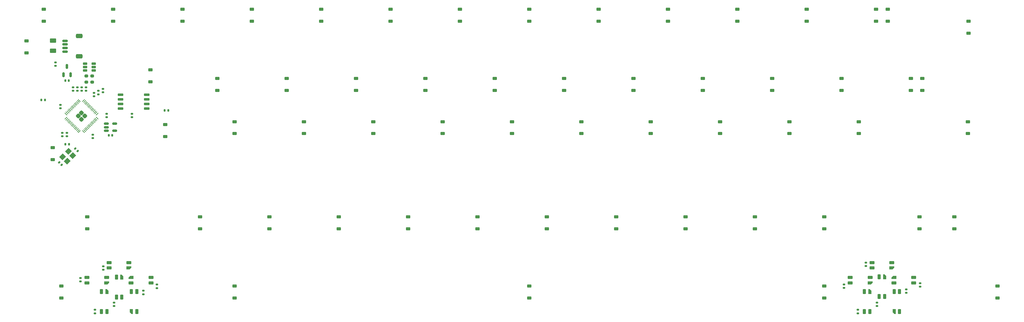
<source format=gbp>
%TF.GenerationSoftware,KiCad,Pcbnew,(7.0.0-0)*%
%TF.CreationDate,2023-03-19T21:11:13-07:00*%
%TF.ProjectId,popstar,706f7073-7461-4722-9e6b-696361645f70,rev?*%
%TF.SameCoordinates,Original*%
%TF.FileFunction,Paste,Bot*%
%TF.FilePolarity,Positive*%
%FSLAX46Y46*%
G04 Gerber Fmt 4.6, Leading zero omitted, Abs format (unit mm)*
G04 Created by KiCad (PCBNEW (7.0.0-0)) date 2023-03-19 21:11:13*
%MOMM*%
%LPD*%
G01*
G04 APERTURE LIST*
G04 Aperture macros list*
%AMRoundRect*
0 Rectangle with rounded corners*
0 $1 Rounding radius*
0 $2 $3 $4 $5 $6 $7 $8 $9 X,Y pos of 4 corners*
0 Add a 4 corners polygon primitive as box body*
4,1,4,$2,$3,$4,$5,$6,$7,$8,$9,$2,$3,0*
0 Add four circle primitives for the rounded corners*
1,1,$1+$1,$2,$3*
1,1,$1+$1,$4,$5*
1,1,$1+$1,$6,$7*
1,1,$1+$1,$8,$9*
0 Add four rect primitives between the rounded corners*
20,1,$1+$1,$2,$3,$4,$5,0*
20,1,$1+$1,$4,$5,$6,$7,0*
20,1,$1+$1,$6,$7,$8,$9,0*
20,1,$1+$1,$8,$9,$2,$3,0*%
%AMRotRect*
0 Rectangle, with rotation*
0 The origin of the aperture is its center*
0 $1 length*
0 $2 width*
0 $3 Rotation angle, in degrees counterclockwise*
0 Add horizontal line*
21,1,$1,$2,0,0,$3*%
%AMFreePoly0*
4,1,18,-0.410000,0.593000,-0.403758,0.624380,-0.385983,0.650983,-0.359380,0.668758,-0.328000,0.675000,0.328000,0.675000,0.359380,0.668758,0.385983,0.650983,0.403758,0.624380,0.410000,0.593000,0.410000,-0.593000,0.403758,-0.624380,0.385983,-0.650983,0.359380,-0.668758,0.328000,-0.675000,0.000000,-0.675000,-0.410000,-0.265000,-0.410000,0.593000,-0.410000,0.593000,$1*%
G04 Aperture macros list end*
%ADD10RoundRect,0.082000X-0.593000X0.328000X-0.593000X-0.328000X0.593000X-0.328000X0.593000X0.328000X0*%
%ADD11FreePoly0,270.000000*%
%ADD12RoundRect,0.082000X-0.328000X-0.593000X0.328000X-0.593000X0.328000X0.593000X-0.328000X0.593000X0*%
%ADD13FreePoly0,0.000000*%
%ADD14RoundRect,0.082000X0.328000X0.593000X-0.328000X0.593000X-0.328000X-0.593000X0.328000X-0.593000X0*%
%ADD15FreePoly0,180.000000*%
%ADD16RoundRect,0.082000X0.593000X-0.328000X0.593000X0.328000X-0.593000X0.328000X-0.593000X-0.328000X0*%
%ADD17FreePoly0,90.000000*%
%ADD18RoundRect,0.140000X0.170000X-0.140000X0.170000X0.140000X-0.170000X0.140000X-0.170000X-0.140000X0*%
%ADD19RoundRect,0.140000X0.219203X0.021213X0.021213X0.219203X-0.219203X-0.021213X-0.021213X-0.219203X0*%
%ADD20RoundRect,0.225000X0.375000X-0.225000X0.375000X0.225000X-0.375000X0.225000X-0.375000X-0.225000X0*%
%ADD21RoundRect,0.150000X-0.650000X-0.150000X0.650000X-0.150000X0.650000X0.150000X-0.650000X0.150000X0*%
%ADD22RoundRect,0.200000X-0.275000X0.200000X-0.275000X-0.200000X0.275000X-0.200000X0.275000X0.200000X0*%
%ADD23RoundRect,0.140000X-0.170000X0.140000X-0.170000X-0.140000X0.170000X-0.140000X0.170000X0.140000X0*%
%ADD24RoundRect,0.250000X0.413257X0.000000X0.000000X0.413257X-0.413257X0.000000X0.000000X-0.413257X0*%
%ADD25RoundRect,0.050000X0.309359X-0.238649X-0.238649X0.309359X-0.309359X0.238649X0.238649X-0.309359X0*%
%ADD26RoundRect,0.050000X0.309359X0.238649X0.238649X0.309359X-0.309359X-0.238649X-0.238649X-0.309359X0*%
%ADD27RoundRect,0.150000X0.150000X-0.512500X0.150000X0.512500X-0.150000X0.512500X-0.150000X-0.512500X0*%
%ADD28RoundRect,0.250000X-0.625000X0.375000X-0.625000X-0.375000X0.625000X-0.375000X0.625000X0.375000X0*%
%ADD29RoundRect,0.135000X-0.135000X-0.185000X0.135000X-0.185000X0.135000X0.185000X-0.135000X0.185000X0*%
%ADD30RoundRect,0.150000X-0.625000X0.150000X-0.625000X-0.150000X0.625000X-0.150000X0.625000X0.150000X0*%
%ADD31RoundRect,0.250000X-0.650000X0.350000X-0.650000X-0.350000X0.650000X-0.350000X0.650000X0.350000X0*%
%ADD32RoundRect,0.140000X-0.140000X-0.170000X0.140000X-0.170000X0.140000X0.170000X-0.140000X0.170000X0*%
%ADD33RotRect,1.400000X1.200000X45.000000*%
%ADD34RoundRect,0.140000X0.140000X0.170000X-0.140000X0.170000X-0.140000X-0.170000X0.140000X-0.170000X0*%
%ADD35RoundRect,0.140000X-0.219203X-0.021213X-0.021213X-0.219203X0.219203X0.021213X0.021213X0.219203X0*%
%ADD36RoundRect,0.135000X0.135000X0.185000X-0.135000X0.185000X-0.135000X-0.185000X0.135000X-0.185000X0*%
%ADD37RoundRect,0.150000X0.475000X0.150000X-0.475000X0.150000X-0.475000X-0.150000X0.475000X-0.150000X0*%
%ADD38RoundRect,0.150000X-0.512500X-0.150000X0.512500X-0.150000X0.512500X0.150000X-0.512500X0.150000X0*%
G04 APERTURE END LIST*
D10*
%TO.C,D10*%
X288125000Y-117350000D03*
X288125000Y-115850000D03*
X282675000Y-117350000D03*
D11*
X282674999Y-115849999D03*
%TD*%
D12*
%TO.C,D9*%
X284250000Y-119775000D03*
X282750000Y-119775000D03*
X284250000Y-125225000D03*
D13*
X282749999Y-125224999D03*
%TD*%
D14*
%TO.C,D8*%
X274550000Y-125225000D03*
X276050000Y-125225000D03*
X274550000Y-119775000D03*
D15*
X276049999Y-119774999D03*
%TD*%
D14*
%TO.C,D11*%
X278650000Y-121125000D03*
X280150000Y-121125000D03*
X278650000Y-115675000D03*
D15*
X280149999Y-115674999D03*
%TD*%
D16*
%TO.C,D12*%
X276675000Y-111750000D03*
X276675000Y-113250000D03*
X282125000Y-111750000D03*
D17*
X282124999Y-113249999D03*
%TD*%
D16*
%TO.C,D7*%
X270675000Y-115850000D03*
X270675000Y-117350000D03*
X276125000Y-115850000D03*
D17*
X276124999Y-117349999D03*
%TD*%
D10*
%TO.C,D5*%
X78625000Y-117350000D03*
X78625000Y-115850000D03*
X73175000Y-117350000D03*
D11*
X73174999Y-115849999D03*
%TD*%
D12*
%TO.C,D4*%
X74750000Y-119775000D03*
X73250000Y-119775000D03*
X74750000Y-125225000D03*
D13*
X73249999Y-125224999D03*
%TD*%
D14*
%TO.C,D3*%
X65000000Y-125225000D03*
X66500000Y-125225000D03*
X65000000Y-119775000D03*
D15*
X66499999Y-119774999D03*
%TD*%
D14*
%TO.C,D6*%
X69125000Y-121225000D03*
X70625000Y-121225000D03*
X69125000Y-115775000D03*
D15*
X70624999Y-115774999D03*
%TD*%
D16*
%TO.C,D1*%
X67125000Y-111750000D03*
X67125000Y-113250000D03*
X72575000Y-111750000D03*
D17*
X72574999Y-113249999D03*
%TD*%
D16*
%TO.C,D2*%
X61025000Y-115850000D03*
X61025000Y-117350000D03*
X66475000Y-115850000D03*
D17*
X66474999Y-117349999D03*
%TD*%
D18*
%TO.C,C4*%
X57200000Y-64480000D03*
X57200000Y-63520000D03*
%TD*%
D19*
%TO.C,C14*%
X54057411Y-84871411D03*
X53378589Y-84192589D03*
%TD*%
D20*
%TO.C,D60*%
X206375000Y-102456250D03*
X206375000Y-99156250D03*
%TD*%
%TO.C,D53*%
X61118750Y-102456250D03*
X61118750Y-99156250D03*
%TD*%
D21*
%TO.C,U4*%
X70218750Y-69373750D03*
X70218750Y-68103750D03*
X70218750Y-66833750D03*
X70218750Y-65563750D03*
X77418750Y-65563750D03*
X77418750Y-66833750D03*
X77418750Y-68103750D03*
X77418750Y-69373750D03*
%TD*%
D20*
%TO.C,D28*%
X78500000Y-61975000D03*
X78500000Y-58675000D03*
%TD*%
%TO.C,D34*%
X192087500Y-64356250D03*
X192087500Y-61056250D03*
%TD*%
%TO.C,D19*%
X163512500Y-45306250D03*
X163512500Y-42006250D03*
%TD*%
%TO.C,D26*%
X280987500Y-45306250D03*
X280987500Y-42006250D03*
%TD*%
%TO.C,D18*%
X144462500Y-45306250D03*
X144462500Y-42006250D03*
%TD*%
D22*
%TO.C,R2*%
X62484000Y-60425000D03*
X62484000Y-62075000D03*
%TD*%
D20*
%TO.C,D22*%
X220662500Y-45306250D03*
X220662500Y-42006250D03*
%TD*%
D23*
%TO.C,C23*%
X80250000Y-117820000D03*
X80250000Y-118780000D03*
%TD*%
D20*
%TO.C,D72*%
X290512500Y-64356250D03*
X290512500Y-61056250D03*
%TD*%
%TO.C,D51*%
X273050000Y-76262500D03*
X273050000Y-72962500D03*
%TD*%
%TO.C,D31*%
X134937500Y-64356250D03*
X134937500Y-61056250D03*
%TD*%
%TO.C,D27*%
X44450000Y-54037500D03*
X44450000Y-50737500D03*
%TD*%
%TO.C,D54*%
X92075000Y-102456250D03*
X92075000Y-99156250D03*
%TD*%
D23*
%TO.C,C5*%
X66421000Y-70767000D03*
X66421000Y-71727000D03*
%TD*%
D20*
%TO.C,D67*%
X101600000Y-121506250D03*
X101600000Y-118206250D03*
%TD*%
%TO.C,D40*%
X51593750Y-83406250D03*
X51593750Y-80106250D03*
%TD*%
%TO.C,D46*%
X177800000Y-76262500D03*
X177800000Y-72962500D03*
%TD*%
%TO.C,D42*%
X101600000Y-76262500D03*
X101600000Y-72962500D03*
%TD*%
%TO.C,D17*%
X125412500Y-45306250D03*
X125412500Y-42006250D03*
%TD*%
%TO.C,D41*%
X82550000Y-77056250D03*
X82550000Y-73756250D03*
%TD*%
%TO.C,D69*%
X263525000Y-121506250D03*
X263525000Y-118206250D03*
%TD*%
D24*
%TO.C,U6*%
X59531250Y-72339061D03*
X60432811Y-71437500D03*
X58629689Y-71437500D03*
X59531250Y-70535939D03*
D25*
X63800407Y-72029702D03*
X63517564Y-72312545D03*
X63234722Y-72595387D03*
X62951879Y-72878230D03*
X62669036Y-73161073D03*
X62386194Y-73443915D03*
X62103351Y-73726758D03*
X61820508Y-74009601D03*
X61537665Y-74292444D03*
X61254823Y-74575286D03*
X60971980Y-74858129D03*
X60689137Y-75140972D03*
X60406295Y-75423814D03*
X60123452Y-75706657D03*
D26*
X58939048Y-75706657D03*
X58656205Y-75423814D03*
X58373363Y-75140972D03*
X58090520Y-74858129D03*
X57807677Y-74575286D03*
X57524835Y-74292444D03*
X57241992Y-74009601D03*
X56959149Y-73726758D03*
X56676306Y-73443915D03*
X56393464Y-73161073D03*
X56110621Y-72878230D03*
X55827778Y-72595387D03*
X55544936Y-72312545D03*
X55262093Y-72029702D03*
D25*
X55262093Y-70845298D03*
X55544936Y-70562455D03*
X55827778Y-70279613D03*
X56110621Y-69996770D03*
X56393464Y-69713927D03*
X56676306Y-69431085D03*
X56959149Y-69148242D03*
X57241992Y-68865399D03*
X57524835Y-68582556D03*
X57807677Y-68299714D03*
X58090520Y-68016871D03*
X58373363Y-67734028D03*
X58656205Y-67451186D03*
X58939048Y-67168343D03*
D26*
X60123452Y-67168343D03*
X60406295Y-67451186D03*
X60689137Y-67734028D03*
X60971980Y-68016871D03*
X61254823Y-68299714D03*
X61537665Y-68582556D03*
X61820508Y-68865399D03*
X62103351Y-69148242D03*
X62386194Y-69431085D03*
X62669036Y-69713927D03*
X62951879Y-69996770D03*
X63234722Y-70279613D03*
X63517564Y-70562455D03*
X63800407Y-70845298D03*
%TD*%
D20*
%TO.C,D37*%
X249237500Y-64356250D03*
X249237500Y-61056250D03*
%TD*%
%TO.C,D15*%
X87312500Y-45306250D03*
X87312500Y-42006250D03*
%TD*%
D18*
%TO.C,C10*%
X59600000Y-64480000D03*
X59600000Y-63520000D03*
%TD*%
D20*
%TO.C,D35*%
X211137500Y-64356250D03*
X211137500Y-61056250D03*
%TD*%
D27*
%TO.C,U2*%
X56512500Y-60065500D03*
X54612500Y-60065500D03*
X55562500Y-57790500D03*
%TD*%
D20*
%TO.C,D44*%
X139700000Y-76262500D03*
X139700000Y-72962500D03*
%TD*%
D23*
%TO.C,C25*%
X269000000Y-117770000D03*
X269000000Y-118730000D03*
%TD*%
D18*
%TO.C,C11*%
X62992000Y-66012000D03*
X62992000Y-65052000D03*
%TD*%
D20*
%TO.C,D56*%
X130175000Y-102456250D03*
X130175000Y-99156250D03*
%TD*%
%TO.C,D30*%
X115887500Y-64356250D03*
X115887500Y-61056250D03*
%TD*%
%TO.C,D49*%
X234950000Y-76262500D03*
X234950000Y-72962500D03*
%TD*%
%TO.C,D43*%
X120650000Y-76262500D03*
X120650000Y-72962500D03*
%TD*%
%TO.C,D58*%
X168275000Y-102456250D03*
X168275000Y-99156250D03*
%TD*%
D23*
%TO.C,C24*%
X68500000Y-122770000D03*
X68500000Y-123730000D03*
%TD*%
D18*
%TO.C,C6*%
X58400000Y-64480000D03*
X58400000Y-63520000D03*
%TD*%
D28*
%TO.C,F1*%
X51689000Y-50670000D03*
X51689000Y-53470000D03*
%TD*%
D20*
%TO.C,D63*%
X263525000Y-102456250D03*
X263525000Y-99156250D03*
%TD*%
%TO.C,D16*%
X106362500Y-45306250D03*
X106362500Y-42006250D03*
%TD*%
%TO.C,D29*%
X96837500Y-64356250D03*
X96837500Y-61056250D03*
%TD*%
D18*
%TO.C,C2*%
X60770000Y-64480000D03*
X60770000Y-63520000D03*
%TD*%
D23*
%TO.C,C19*%
X65500000Y-112770000D03*
X65500000Y-113730000D03*
%TD*%
D29*
%TO.C,R4*%
X55113000Y-79198000D03*
X56133000Y-79198000D03*
%TD*%
D20*
%TO.C,D38*%
X268287500Y-64356250D03*
X268287500Y-61056250D03*
%TD*%
D23*
%TO.C,C20*%
X59250000Y-116020000D03*
X59250000Y-116980000D03*
%TD*%
D30*
%TO.C,J1*%
X55023000Y-50697000D03*
X55023000Y-51697000D03*
X55023000Y-52697000D03*
X55023000Y-53697000D03*
D31*
X58898000Y-49397000D03*
X58898000Y-54997000D03*
%TD*%
D20*
%TO.C,D55*%
X111125000Y-102456250D03*
X111125000Y-99156250D03*
%TD*%
%TO.C,D68*%
X182562500Y-121506250D03*
X182562500Y-118206250D03*
%TD*%
%TO.C,D62*%
X244475000Y-102456250D03*
X244475000Y-99156250D03*
%TD*%
D23*
%TO.C,C27*%
X286100000Y-119120000D03*
X286100000Y-120080000D03*
%TD*%
%TO.C,C3*%
X54229000Y-76033750D03*
X54229000Y-76993750D03*
%TD*%
D20*
%TO.C,D47*%
X196850000Y-76262500D03*
X196850000Y-72962500D03*
%TD*%
%TO.C,D21*%
X201612500Y-45306250D03*
X201612500Y-42006250D03*
%TD*%
D23*
%TO.C,C12*%
X62611000Y-76520000D03*
X62611000Y-77480000D03*
%TD*%
D18*
%TO.C,C1*%
X65405000Y-64869000D03*
X65405000Y-63909000D03*
%TD*%
D32*
%TO.C,C16*%
X55082500Y-61690250D03*
X56042500Y-61690250D03*
%TD*%
D20*
%TO.C,D39*%
X287337500Y-64356250D03*
X287337500Y-61056250D03*
%TD*%
%TO.C,D45*%
X158750000Y-76262500D03*
X158750000Y-72962500D03*
%TD*%
%TO.C,D70*%
X311150000Y-121506250D03*
X311150000Y-118206250D03*
%TD*%
D23*
%TO.C,C26*%
X272750000Y-124770000D03*
X272750000Y-125730000D03*
%TD*%
D18*
%TO.C,C8*%
X53721000Y-69314000D03*
X53721000Y-68354000D03*
%TD*%
D20*
%TO.C,D61*%
X225425000Y-102456250D03*
X225425000Y-99156250D03*
%TD*%
%TO.C,D32*%
X153987500Y-64356250D03*
X153987500Y-61056250D03*
%TD*%
D23*
%TO.C,C15*%
X52387500Y-56670000D03*
X52387500Y-57630000D03*
%TD*%
D20*
%TO.C,D13*%
X49212500Y-45306250D03*
X49212500Y-42006250D03*
%TD*%
%TO.C,D64*%
X289718750Y-102456250D03*
X289718750Y-99156250D03*
%TD*%
D33*
%TO.C,Y1*%
X54371141Y-82676776D03*
X55926776Y-81121141D03*
X57128857Y-82323222D03*
X55573222Y-83878857D03*
%TD*%
D34*
%TO.C,C18*%
X67980000Y-76750000D03*
X67020000Y-76750000D03*
%TD*%
D35*
%TO.C,C13*%
X57823589Y-80382589D03*
X58502411Y-81061411D03*
%TD*%
D23*
%TO.C,C21*%
X63250000Y-124770000D03*
X63250000Y-125730000D03*
%TD*%
D20*
%TO.C,D57*%
X149225000Y-102456250D03*
X149225000Y-99156250D03*
%TD*%
%TO.C,D36*%
X230187500Y-64356250D03*
X230187500Y-61056250D03*
%TD*%
%TO.C,D33*%
X173037500Y-64356250D03*
X173037500Y-61056250D03*
%TD*%
%TO.C,D14*%
X68262500Y-45306250D03*
X68262500Y-42006250D03*
%TD*%
%TO.C,D50*%
X254000000Y-76262500D03*
X254000000Y-72962500D03*
%TD*%
D23*
%TO.C,C22*%
X76500000Y-119520000D03*
X76500000Y-120480000D03*
%TD*%
D20*
%TO.C,D59*%
X187325000Y-102456250D03*
X187325000Y-99156250D03*
%TD*%
%TO.C,D65*%
X299243750Y-102456250D03*
X299243750Y-99156250D03*
%TD*%
D23*
%TO.C,C9*%
X55499000Y-76033750D03*
X55499000Y-76993750D03*
%TD*%
D20*
%TO.C,D52*%
X303000000Y-76262500D03*
X303000000Y-72962500D03*
%TD*%
%TO.C,D24*%
X258762500Y-45306250D03*
X258762500Y-42006250D03*
%TD*%
%TO.C,D71*%
X303212500Y-48650000D03*
X303212500Y-45350000D03*
%TD*%
D36*
%TO.C,R1*%
X49510000Y-66960750D03*
X48490000Y-66960750D03*
%TD*%
D20*
%TO.C,D25*%
X277812500Y-45306250D03*
X277812500Y-42006250D03*
%TD*%
D36*
%TO.C,R5*%
X83343750Y-69850000D03*
X82323750Y-69850000D03*
%TD*%
D23*
%TO.C,C30*%
X275000000Y-111770000D03*
X275000000Y-112730000D03*
%TD*%
D37*
%TO.C,U3*%
X62897000Y-56962000D03*
X62897000Y-57912000D03*
X62897000Y-58862000D03*
X60547000Y-58862000D03*
X60547000Y-57912000D03*
X60547000Y-56962000D03*
%TD*%
D23*
%TO.C,C17*%
X73406000Y-70767000D03*
X73406000Y-71727000D03*
%TD*%
D22*
%TO.C,R3*%
X60860000Y-60425000D03*
X60860000Y-62075000D03*
%TD*%
D20*
%TO.C,D66*%
X53975000Y-121506250D03*
X53975000Y-118206250D03*
%TD*%
%TO.C,D23*%
X239712500Y-45306250D03*
X239712500Y-42006250D03*
%TD*%
%TO.C,D20*%
X182562500Y-45306250D03*
X182562500Y-42006250D03*
%TD*%
D18*
%TO.C,C7*%
X64135000Y-65440500D03*
X64135000Y-64480500D03*
%TD*%
D23*
%TO.C,C28*%
X289900000Y-117420000D03*
X289900000Y-118380000D03*
%TD*%
%TO.C,C29*%
X278000000Y-122770000D03*
X278000000Y-123730000D03*
%TD*%
D20*
%TO.C,D48*%
X215900000Y-76262500D03*
X215900000Y-72962500D03*
%TD*%
D38*
%TO.C,U5*%
X66362500Y-75450000D03*
X66362500Y-74500000D03*
X66362500Y-73550000D03*
X68637500Y-73550000D03*
X68637500Y-75450000D03*
%TD*%
M02*

</source>
